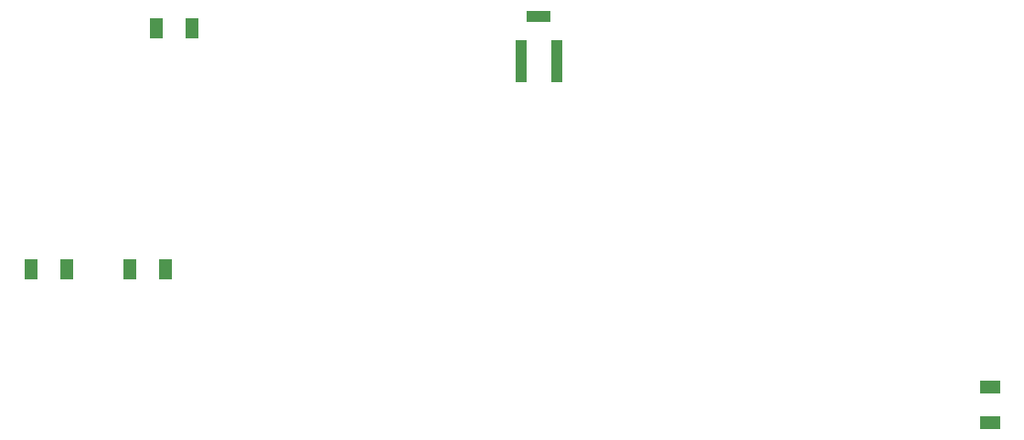
<source format=gtp>
G04*
G04 #@! TF.GenerationSoftware,Altium Limited,Altium Designer,18.1.6 (161)*
G04*
G04 Layer_Color=8421504*
%FSLAX44Y44*%
%MOMM*%
G71*
G01*
G75*
%ADD20R,1.2700X1.9000*%
%ADD21R,2.2000X1.0000*%
%ADD22R,1.0000X4.0000*%
%ADD23R,1.9000X1.2700*%
D20*
X-229860Y88900D02*
D03*
X-196860D02*
D03*
X-138420D02*
D03*
X-105420D02*
D03*
X-81290Y312420D02*
D03*
X-114290D02*
D03*
D21*
X240030Y323850D02*
D03*
D22*
X223520Y281940D02*
D03*
X256540D02*
D03*
D23*
X657860Y-20330D02*
D03*
Y-53330D02*
D03*
M02*

</source>
